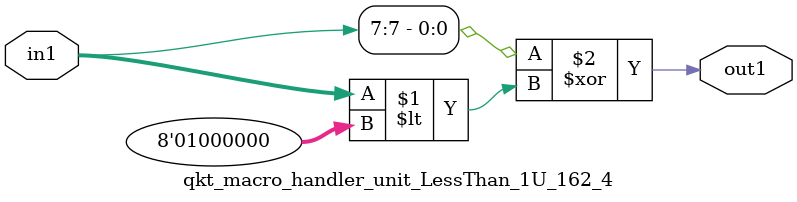
<source format=v>

`timescale 1ps / 1ps


module qkt_macro_handler_unit_LessThan_1U_162_4( in1, out1 );

    input [7:0] in1;
    output out1;

    
    // rtl_process:qkt_macro_handler_unit_LessThan_1U_162_4/qkt_macro_handler_unit_LessThan_1U_162_4_thread_1
    assign out1 = (in1[7] ^ in1 < 8'd064);

endmodule



</source>
